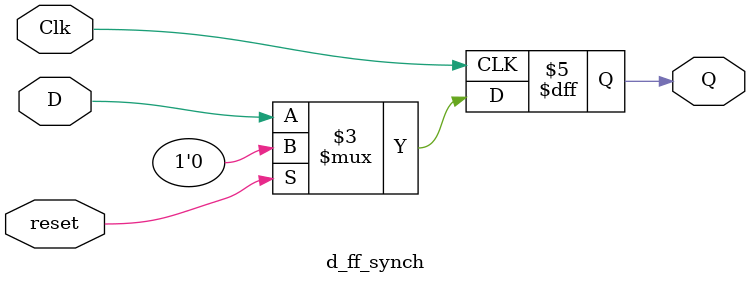
<source format=v>
`timescale 1ns / 1ps


module d_ff_synch(
    input Clk, D, reset,
    output reg Q);
    always @ (posedge Clk) begin
        if (reset) begin
            Q <= 0;
        end else begin
            Q <= D;
        end
    end
endmodule
</source>
